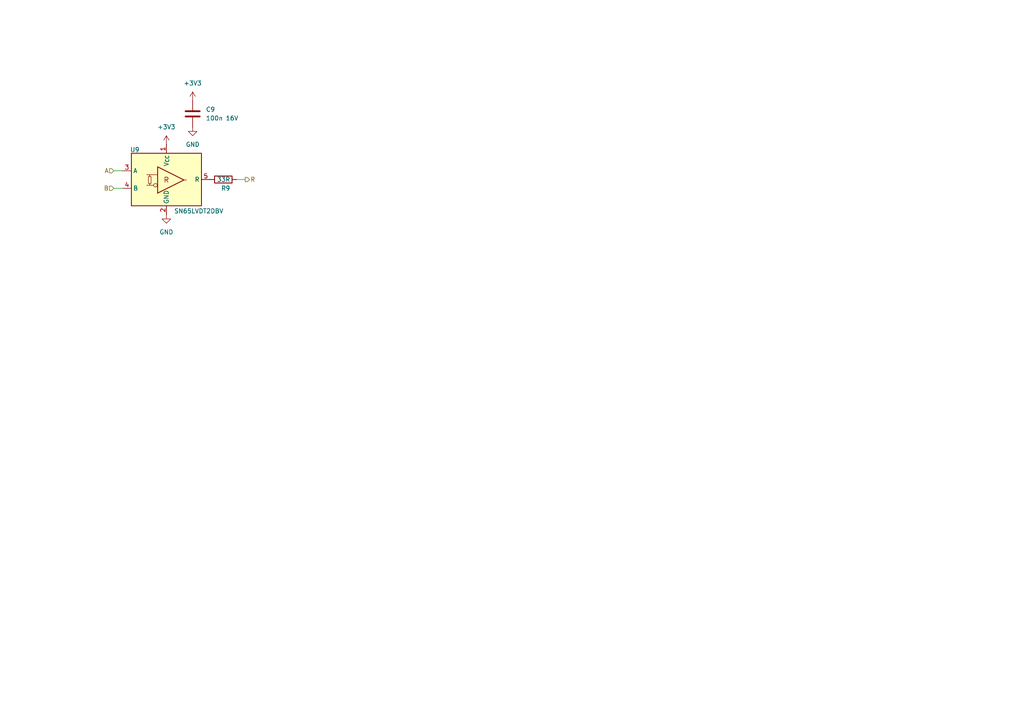
<source format=kicad_sch>
(kicad_sch (version 20231120) (generator "eeschema") (generator_version "8.0")
  (paper "A4")
  (lib_symbols
    (symbol "Device:C" (pin_numbers hide) (pin_names (offset 0.254))
      (property "Reference" "C" (at 0.635 2.54 0))
      (property "Value" "C" (at 0.635 -2.54 0))
      (symbol "C_0_1"
        (polyline (pts (xy -2.032 -0.762) (xy 2.032 -0.762)) (stroke (width 0.508)))
        (polyline (pts (xy -2.032 0.762) (xy 2.032 0.762)) (stroke (width 0.508)))
      )
      (symbol "C_1_1"
        (pin passive line (at 0 3.81 270) (length 2.794) (name "~") (number "1"))
        (pin passive line (at 0 -3.81 90) (length 2.794) (name "~") (number "2"))
      )
    )
    (symbol "Device:R" (pin_numbers hide) (pin_names (offset 0))
      (property "Reference" "R" (at 2.032 0 90))
      (property "Value" "R" (at 0 0 90))
      (symbol "R_0_1"
        (rectangle (start -1.016 -2.54) (end 1.016 2.54) (stroke (width 0.254)))
      )
      (symbol "R_1_1"
        (pin passive line (at 0 3.81 270) (length 1.27) (name "~") (number "1"))
        (pin passive line (at 0 -3.81 90) (length 1.27) (name "~") (number "2"))
      )
    )
    (symbol "Interface:SN65LVDT2DBV"
      (property "Reference" "U" (at -8.89 8.89 0))
      (property "Value" "SN65LVDT2DBV" (at 1.27 8.89 0))
      (symbol "SN65LVDT2DBV_0_1"
        (rectangle (start -5.207 0.889) (end -4.445 -1.143) (stroke (width 0.15)) (fill (type background)))
        (polyline (pts (xy -4.826 -1.143) (xy -4.826 -1.651)) (stroke (width 0.15)))
        (polyline (pts (xy -4.826 1.397) (xy -4.826 0.889)) (stroke (width 0.15)))
      )
      (symbol "SN65LVDT2DBV_1_0"
        (rectangle (start -10.16 7.62) (end 10.16 -7.62) (stroke (width 0.254)) (fill (type background)))
        (circle (center -3.175 -1.651) (radius 0.508) (stroke (width 0.15)))
        (text "R" (at 0 -0.127 0) (effects (font (size 1.524 1.524))))
      )
      (symbol "SN65LVDT2DBV_1_1"
        (polyline (pts (xy -5.715 -1.651) (xy -3.81 -1.651)) (stroke (width 0.15)))
        (polyline (pts (xy -5.715 1.397) (xy -2.667 1.397)) (stroke (width 0.15)))
        (polyline (pts (xy 5.842 -0.127) (xy 5.08 -0.127)) (stroke (width 0.15)))
        (polyline (pts (xy -2.54 -3.937) (xy -2.54 3.683) (xy 5.08 -0.127) (xy -2.54 -3.937)) (stroke (width 0.254)))
        (pin power_in line (at 0 10.16 270) (length 2.54) (name "V_{CC}") (number "1"))
        (pin power_in line (at 0 -10.16 90) (length 2.54) (name "GND") (number "2"))
        (pin input line (at -12.7 2.54 0) (length 2.54) (name "A") (number "3"))
        (pin input line (at -12.7 -2.54 0) (length 2.54) (name "B") (number "4"))
        (pin output line (at 12.7 0 180) (length 2.54) (name "R") (number "5"))
      )
    )
    (symbol "power:+3V3" (power) (pin_numbers hide) (pin_names (offset 0) hide)
      (property "Value" "+3V3" (at 0 3.556 0))
      (symbol "+3V3_0_1"
        (polyline (pts (xy -0.762 1.27) (xy 0 2.54)))
        (polyline (pts (xy 0 0) (xy 0 2.54)))
        (polyline (pts (xy 0 2.54) (xy 0.762 1.27)))
      )
      (symbol "+3V3_1_1"
        (pin power_in line (at 0 0 90) (length 0) (name "~") (number "1"))
      )
    )
    (symbol "power:GND" (power) (pin_numbers hide) (pin_names (offset 0) hide)
      (property "Value" "GND" (at 0 -3.81 0))
      (symbol "GND_0_1"
        (polyline (pts (xy 0 0) (xy 0 -1.27) (xy 1.27 -1.27) (xy 0 -2.54) (xy -1.27 -1.27) (xy 0 -1.27)))
      )
      (symbol "GND_1_1"
        (pin power_in line (at 0 0 270) (length 0) (name "~") (number "1"))
      )
    )
  )
  (wire (pts (xy 33.02 54.61) (xy 35.56 54.61)))
  (wire (pts (xy 33.02 49.53) (xy 35.56 49.53)))
  (wire (pts (xy 68.58 52.07) (xy 71.12 52.07)))
  (hierarchical_label "R" (shape output) (at 71.12 52.07 0))
  (hierarchical_label "B" (shape input) (at 33.02 54.61 180))
  (hierarchical_label "A" (shape input) (at 33.02 49.53 180))
  (symbol (lib_id "Interface:SN65LVDT2DBV") (at 48.26 52.07 0) (unit 1)
    (property "Reference" "U9" (at 39.116 43.434 0))
    (property "Value" "SN65LVDT2DBV" (at 57.658 61.214 0))
    (property "Footprint" "Package_TO_SOT_SMD:SOT-23-5" (effects (hide yes)))
    (property "Datasheet" "https://www.ti.com/lit/ds/symlink/sn65lvdt2.pdf" (effects (hide yes)))
    (property "Description" "High-Speed Differential Line Receiver, 110 Ω Terminated, 630Mbps, SOT-23-5" (effects (hide yes)))
    (property "LCSC" "C130020" (effects (hide yes)))
    (instances (project "16bit-lvds-fx3-framegrabber" (path "" (reference "U9") (unit 1)) (path "" (reference "U6") (unit 1)) (path "" (reference "U11") (unit 1)) (path "" (reference "U12") (unit 1)) (path "" (reference "U15") (unit 1)) (path "" (reference "U10") (unit 1)) (path "" (reference "U19") (unit 1)) (path "" (reference "U21") (unit 1)) (path "" (reference "U2") (unit 1)) (path "" (reference "U17") (unit 1)) (path "" (reference "U5") (unit 1)) (path "" (reference "U3") (unit 1)) (path "" (reference "U13") (unit 1)) (path "" (reference "U14") (unit 1)) (path "" (reference "U20") (unit 1)) (path "" (reference "U16") (unit 1)) (path "" (reference "U18") (unit 1)) (path "" (reference "U8") (unit 1)) (path "" (reference "U4") (unit 1)) (path "" (reference "U7") (unit 1))))
  )
  (symbol (lib_id "Device:R") (at 64.77 52.07 90) (mirror x) (unit 1)
    (property "Reference" "R9" (at 66.802 54.61 90) (effects (justify left)))
    (property "Value" "33R" (at 66.802 52.07 90) (effects (justify left)))
    (property "Footprint" "Resistor_SMD:R_0402_1005Metric" (effects (hide yes)))
    (property "Description" "Resistor" (effects (hide yes)))
    (property "LCSC" "C25105" (effects (hide yes)))
    (instances (project "" (path "" (reference "R9") (unit 1)) (path "" (reference "R6") (unit 1)) (path "" (reference "R11") (unit 1)) (path "" (reference "R12") (unit 1)) (path "" (reference "R15") (unit 1)) (path "" (reference "R10") (unit 1)) (path "" (reference "R19") (unit 1)) (path "" (reference "R21") (unit 1)) (path "" (reference "R2") (unit 1)) (path "" (reference "R17") (unit 1)) (path "" (reference "R5") (unit 1)) (path "" (reference "R3") (unit 1)) (path "" (reference "R13") (unit 1)) (path "" (reference "R14") (unit 1)) (path "" (reference "R20") (unit 1)) (path "" (reference "R16") (unit 1)) (path "" (reference "R18") (unit 1)) (path "" (reference "R8") (unit 1)) (path "" (reference "R4") (unit 1)) (path "" (reference "R7") (unit 1))))
  )
  (symbol (lib_id "power:GND") (at 55.88 36.83 0) (unit 1)
    (property "Reference" "#PWR037" (effects (hide yes)))
    (property "Value" "GND" (at 55.88 41.91 0))
    (property "Description" "Power symbol creates a global label with name \"GND\" , ground" (effects (hide yes)))
    (instances (project "16bit-lvds-fx3-framegrabber" (path "" (reference "#PWR037") (unit 1)) (path "" (reference "#PWR025") (unit 1)) (path "" (reference "#PWR045") (unit 1)) (path "" (reference "#PWR049") (unit 1)) (path "" (reference "#PWR061") (unit 1)) (path "" (reference "#PWR041") (unit 1)) (path "" (reference "#PWR077") (unit 1)) (path "" (reference "#PWR085") (unit 1)) (path "" (reference "#PWR04") (unit 1)) (path "" (reference "#PWR069") (unit 1)) (path "" (reference "#PWR021") (unit 1)) (path "" (reference "#PWR013") (unit 1)) (path "" (reference "#PWR053") (unit 1)) (path "" (reference "#PWR057") (unit 1)) (path "" (reference "#PWR081") (unit 1)) (path "" (reference "#PWR065") (unit 1)) (path "" (reference "#PWR073") (unit 1)) (path "" (reference "#PWR033") (unit 1)) (path "" (reference "#PWR017") (unit 1)) (path "" (reference "#PWR029") (unit 1))))
  )
  (symbol (lib_id "power:+3V3") (at 55.88 29.21 0) (unit 1)
    (property "Reference" "#PWR036" (effects (hide yes)))
    (property "Value" "+3V3" (at 55.88 24.13 0))
    (property "Description" "Power symbol creates a global label with name \"+3V3\"" (effects (hide yes)))
    (instances (project "16bit-lvds-fx3-framegrabber" (path "" (reference "#PWR036") (unit 1)) (path "" (reference "#PWR024") (unit 1)) (path "" (reference "#PWR044") (unit 1)) (path "" (reference "#PWR048") (unit 1)) (path "" (reference "#PWR060") (unit 1)) (path "" (reference "#PWR040") (unit 1)) (path "" (reference "#PWR076") (unit 1)) (path "" (reference "#PWR084") (unit 1)) (path "" (reference "#PWR03") (unit 1)) (path "" (reference "#PWR068") (unit 1)) (path "" (reference "#PWR020") (unit 1)) (path "" (reference "#PWR012") (unit 1)) (path "" (reference "#PWR052") (unit 1)) (path "" (reference "#PWR056") (unit 1)) (path "" (reference "#PWR080") (unit 1)) (path "" (reference "#PWR064") (unit 1)) (path "" (reference "#PWR072") (unit 1)) (path "" (reference "#PWR032") (unit 1)) (path "" (reference "#PWR016") (unit 1)) (path "" (reference "#PWR028") (unit 1))))
  )
  (symbol (lib_id "power:GND") (at 48.26 62.23 0) (unit 1)
    (property "Reference" "#PWR035" (effects (hide yes)))
    (property "Value" "GND" (at 48.26 67.31 0))
    (property "Description" "Power symbol creates a global label with name \"GND\" , ground" (effects (hide yes)))
    (instances (project "16bit-lvds-fx3-framegrabber" (path "" (reference "#PWR035") (unit 1)) (path "" (reference "#PWR023") (unit 1)) (path "" (reference "#PWR043") (unit 1)) (path "" (reference "#PWR047") (unit 1)) (path "" (reference "#PWR059") (unit 1)) (path "" (reference "#PWR039") (unit 1)) (path "" (reference "#PWR075") (unit 1)) (path "" (reference "#PWR083") (unit 1)) (path "" (reference "#PWR02") (unit 1)) (path "" (reference "#PWR067") (unit 1)) (path "" (reference "#PWR019") (unit 1)) (path "" (reference "#PWR011") (unit 1)) (path "" (reference "#PWR051") (unit 1)) (path "" (reference "#PWR055") (unit 1)) (path "" (reference "#PWR079") (unit 1)) (path "" (reference "#PWR063") (unit 1)) (path "" (reference "#PWR071") (unit 1)) (path "" (reference "#PWR031") (unit 1)) (path "" (reference "#PWR015") (unit 1)) (path "" (reference "#PWR027") (unit 1))))
  )
  (symbol (lib_id "power:+3V3") (at 48.26 41.91 0) (unit 1)
    (property "Reference" "#PWR034" (effects (hide yes)))
    (property "Value" "+3V3" (at 48.26 36.83 0))
    (property "Description" "Power symbol creates a global label with name \"+3V3\"" (effects (hide yes)))
    (instances (project "16bit-lvds-fx3-framegrabber" (path "" (reference "#PWR034") (unit 1)) (path "" (reference "#PWR022") (unit 1)) (path "" (reference "#PWR042") (unit 1)) (path "" (reference "#PWR046") (unit 1)) (path "" (reference "#PWR058") (unit 1)) (path "" (reference "#PWR038") (unit 1)) (path "" (reference "#PWR074") (unit 1)) (path "" (reference "#PWR082") (unit 1)) (path "" (reference "#PWR01") (unit 1)) (path "" (reference "#PWR066") (unit 1)) (path "" (reference "#PWR018") (unit 1)) (path "" (reference "#PWR010") (unit 1)) (path "" (reference "#PWR050") (unit 1)) (path "" (reference "#PWR054") (unit 1)) (path "" (reference "#PWR078") (unit 1)) (path "" (reference "#PWR062") (unit 1)) (path "" (reference "#PWR070") (unit 1)) (path "" (reference "#PWR030") (unit 1)) (path "" (reference "#PWR014") (unit 1)) (path "" (reference "#PWR026") (unit 1))))
  )
  (symbol (lib_id "Device:C") (at 55.88 33.02 0) (unit 1)
    (property "Reference" "C9" (at 59.69 31.7499 0) (effects (justify left)))
    (property "Value" "100n 16V" (at 59.69 34.2899 0) (effects (justify left)))
    (property "Footprint" "Capacitor_SMD:C_0402_1005Metric_Pad0.74x0.62mm_HandSolder" (effects (hide yes)))
    (property "Description" "Unpolarized capacitor" (effects (hide yes)))
    (property "LCSC" "C1525" (effects (hide yes)))
    (instances (project "16bit-lvds-fx3-framegrabber" (path "" (reference "C9") (unit 1)) (path "" (reference "C6") (unit 1)) (path "" (reference "C11") (unit 1)) (path "" (reference "C12") (unit 1)) (path "" (reference "C15") (unit 1)) (path "" (reference "C10") (unit 1)) (path "" (reference "C19") (unit 1)) (path "" (reference "C21") (unit 1)) (path "" (reference "C1") (unit 1)) (path "" (reference "C17") (unit 1)) (path "" (reference "C5") (unit 1)) (path "" (reference "C3") (unit 1)) (path "" (reference "C13") (unit 1)) (path "" (reference "C14") (unit 1)) (path "" (reference "C20") (unit 1)) (path "" (reference "C16") (unit 1)) (path "" (reference "C18") (unit 1)) (path "" (reference "C8") (unit 1)) (path "" (reference "C4") (unit 1)) (path "" (reference "C7") (unit 1))))
  )
)
</source>
